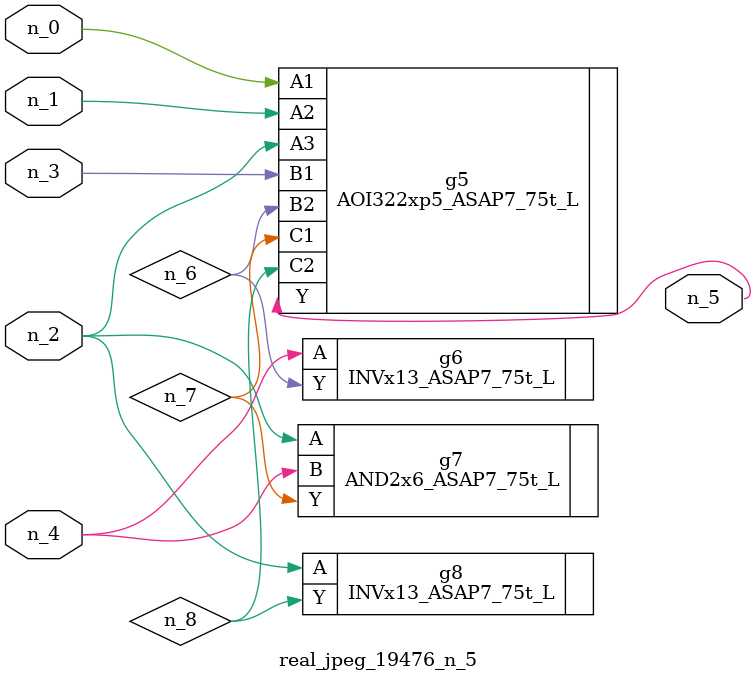
<source format=v>
module real_jpeg_19476_n_5 (n_4, n_0, n_1, n_2, n_3, n_5);

input n_4;
input n_0;
input n_1;
input n_2;
input n_3;

output n_5;

wire n_8;
wire n_6;
wire n_7;

AOI322xp5_ASAP7_75t_L g5 ( 
.A1(n_0),
.A2(n_1),
.A3(n_2),
.B1(n_3),
.B2(n_6),
.C1(n_7),
.C2(n_8),
.Y(n_5)
);

AND2x6_ASAP7_75t_L g7 ( 
.A(n_2),
.B(n_4),
.Y(n_7)
);

INVx13_ASAP7_75t_L g8 ( 
.A(n_2),
.Y(n_8)
);

INVx13_ASAP7_75t_L g6 ( 
.A(n_4),
.Y(n_6)
);


endmodule
</source>
